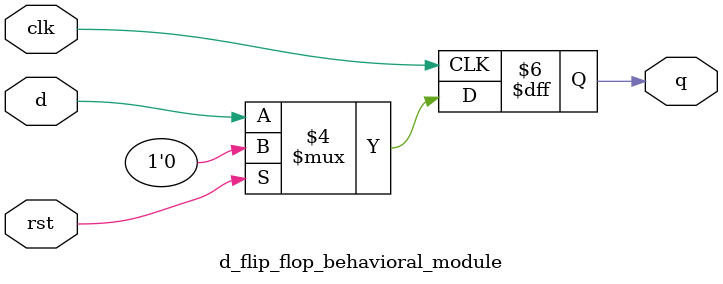
<source format=v>

module d_flip_flop_behavioral_module (d, clk, rst, q);
	input d;
	input clk; // clock
  input rst;

	output reg q;
	
always @(posedge clk)
  if (rst == 1)
    q <= 1'b0;
  else 
    q <= d;
endmodule
</source>
